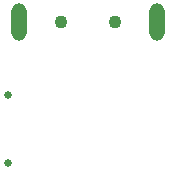
<source format=gbr>
%TF.GenerationSoftware,KiCad,Pcbnew,9.0.0*%
%TF.CreationDate,2025-07-11T23:31:07+02:00*%
%TF.ProjectId,usb-dmx,7573622d-646d-4782-9e6b-696361645f70,1*%
%TF.SameCoordinates,Original*%
%TF.FileFunction,Soldermask,Bot*%
%TF.FilePolarity,Negative*%
%FSLAX46Y46*%
G04 Gerber Fmt 4.6, Leading zero omitted, Abs format (unit mm)*
G04 Created by KiCad (PCBNEW 9.0.0) date 2025-07-11 23:31:07*
%MOMM*%
%LPD*%
G01*
G04 APERTURE LIST*
%ADD10C,0.650000*%
%ADD11C,1.100000*%
%ADD12O,1.300000X3.200000*%
G04 APERTURE END LIST*
D10*
%TO.C,J1*%
X93215000Y-68810000D03*
X93215000Y-74590000D03*
%TD*%
D11*
%TO.C,J2*%
X97750000Y-62675000D03*
X102250000Y-62675000D03*
D12*
X94150000Y-62675000D03*
X105850000Y-62675000D03*
%TD*%
M02*

</source>
